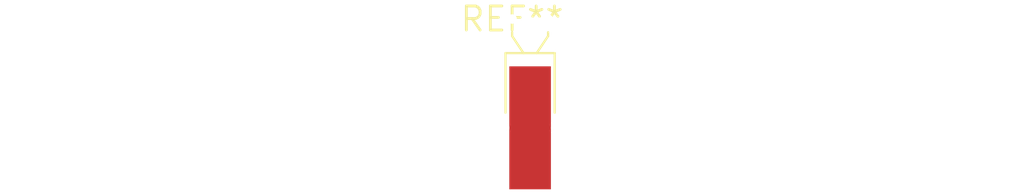
<source format=kicad_pcb>
(kicad_pcb (version 20240108) (generator pcbnew)
  (layers (0 "F.Cu" signal) (31 "B.Cu" signal) (34 "B.Paste" user) (35 "F.Paste" user) (36 "B.SilkS" user "B.Silkscreen") (37 "F.SilkS" user "F.Silkscreen") (38 "B.Mask" user) (39 "F.Mask" user) (44 "Edge.Cuts" user))
  (net 0 "")
  (footprint "Crystal_C26-LF_D2.1mm_L6.5mm_Horizontal_1EP_style2" (layer "F.Cu") (at 0 0)
    (property "Reference" "REF**")
    (property "Value" "Crystal_C26-LF_D2.1mm_L6.5mm_Horizontal_1EP_style2")
    (fp_line (start -0.35 1.8) (end 2.25 1.8) (layer "F.SilkS") (stroke (width 0.12)))
    (fp_line (start -0.35 4.95) (end -0.35 1.8) (layer "F.SilkS") (stroke (width 0.12)))
    (fp_line (start 0 0.9) (end 0 0.7) (layer "F.SilkS") (stroke (width 0.12)))
    (fp_line (start 0.6 1.8) (end 0 0.9) (layer "F.SilkS") (stroke (width 0.12)))
    (fp_line (start 1.3 1.8) (end 1.9 0.9) (layer "F.SilkS") (stroke (width 0.12)))
    (fp_line (start 1.9 0.9) (end 1.9 0.7) (layer "F.SilkS") (stroke (width 0.12)))
    (fp_line (start 2.25 1.8) (end 2.25 4.95) (layer "F.SilkS") (stroke (width 0.12)))
    (pad "1" thru_hole circle (at 0 0) (size 1 1) (drill 0.5) (layers *.Cu *.Mask) (remove_unused_layers))
    (pad "2" thru_hole circle (at 1.9 0) (size 1 1) (drill 0.5) (layers *.Cu *.Mask) (remove_unused_layers))
    (pad "3" thru_hole rect (at -0.55 5.75) (size 1.2 1.2) (drill 0.8) (layers *.Cu *.Mask) (remove_unused_layers))
    (pad "3" smd rect (at 0.95 5.75) (size 2.2 6.5) (layers "F.Cu" "F.Paste" "F.Mask"))
    (pad "3" thru_hole rect (at 2.45 5.75) (size 1.2 1.2) (drill 0.8) (layers *.Cu *.Mask) (remove_unused_layers))
  )
)
</source>
